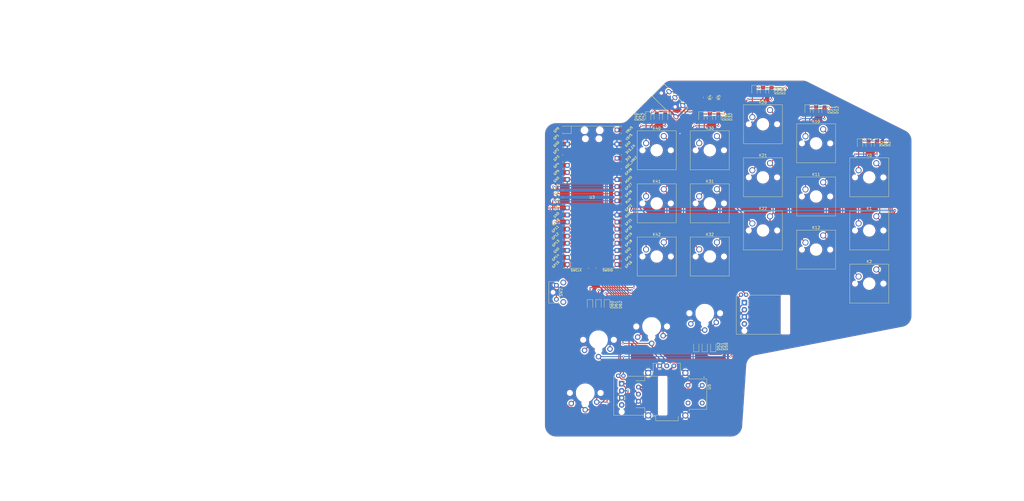
<source format=kicad_pcb>
(kicad_pcb (version 20221018) (generator pcbnew)
  (layers (0 "F.Cu" signal) (31 "B.Cu" signal) (34 "B.Paste" user) (35 "F.Paste" user) (36 "B.SilkS" user "B.Silkscreen") (37 "F.SilkS" user "F.Silkscreen") (38 "B.Mask" user) (39 "F.Mask" user) (44 "Edge.Cuts" user))
  (net 0 "")
  (net 1 "Row0")
  (net 2 "Row1")
  (net 3 "Row2")
  (net 4 "Col0")
  (net 5 "Col1")
  (net 6 "Net-(D0-A)")
  (net 7 "Net-(D1-A)")
  (net 8 "Net-(D60-A)")
  (net 9 "Net-(D2-A)")
  (net 10 "SDA")
  (net 11 "VCC")
  (net 12 "SCL")
  (net 13 "Col2")
  (net 14 "GND")
  (net 15 "Col5")
  (net 16 "Col4")
  (net 17 "Col3")
  (net 18 "Net-(D61-A)")
  (net 19 "Net-(D10-A)")
  (net 20 "Net-(D11-A)")
  (net 21 "Net-(D12-A)")
  (net 22 "Net-(D20-A)")
  (net 23 "Net-(D21-A)")
  (net 24 "Net-(D22-A)")
  (net 25 "Net-(D30-A)")
  (net 26 "Net-(D31-A)")
  (net 27 "Net-(D32-A)")
  (net 28 "Net-(D40-A)")
  (net 29 "Net-(D41-A)")
  (net 30 "Net-(D42-A)")
  (net 31 "Net-(D50-A)")
  (net 32 "Net-(D51-A)")
  (net 33 "KJoyButO")
  (net 34 "Col6")
  (net 35 "KRotA")
  (net 36 "KRotB")
  (net 37 "KRotButO")
  (net 47 "Net-(U3-RUN)")
  (net 48 "Axis1")
  (net 49 "Axis2")
  (net 53 "+3.3V")
  (footprint "Diode_SMD:D_0805_2012Metric_Pad1.15x1.40mm_HandSolder" (layer "F.Cu") (at 185.575521 112.746676 -90)
    (fp_text reference "D62")
    (fp_text value "D62")
  )
  (footprint "Resistor_SMD:R_0805_2012Metric_Pad1.20x1.40mm_HandSolder" (layer "F.Cu") (at 220.879498 38.434499 -90)
    (fp_text reference "R4")
    (fp_text value "5k")
  )
  (footprint "Digi:TRRS-PJ-320A-no-Fmask" (layer "F.Cu") (at 203.915661 35.713752 45)
    (fp_text reference "U2")
    (fp_text value "TRRS")
  )
  (footprint "Diode_SMD:D_0805_2012Metric_Pad1.15x1.40mm_HandSolder" (layer "F.Cu") (at 179.495515 112.746677 -90)
    (fp_text reference "D60")
    (fp_text value "D60")
  )
  (footprint "misc:Low-Profile-Choc-MX" (layer "F.Cu") (at 182.528619 125.3192)
    (fp_text reference "K60")
    (fp_text value "K50" hide)
  )
  (footprint "Diode_SMD:D_0805_2012Metric_Pad1.15x1.40mm_HandSolder" (layer "F.Cu") (at 223.66862 127.727998 90)
    (fp_text reference "D50")
    (fp_text value "D50")
  )
  (footprint "Button_Switch_Keyboard:SW_Cherry_MX_1.00u_PCB" (layer "F.Cu") (at 263.095498 68.847353)
    (fp_text reference "K11")
    (fp_text value "K11")
  )
  (footprint "Button_Switch_Keyboard:SW_Cherry_MX_1.00u_PCB" (layer "F.Cu") (at 244.042997 81.039351)
    (fp_text reference "K22")
    (fp_text value "K22")
  )
  (footprint "misc:RPi_Pico_SMD_TH_reduced" (layer "F.Cu") (at 180.24514 74.194594)
    (fp_text reference "U3")
    (fp_text value "Pico")
  )
  (footprint "Diode_SMD:D_0805_2012Metric_Pad1.15x1.40mm_HandSolder" (layer "F.Cu") (at 222.45982 45.375499 -90)
    (fp_text reference "D31")
    (fp_text value "D31")
  )
  (footprint "Button_Switch_Keyboard:SW_Cherry_MX_1.00u_PCB" (layer "F.Cu") (at 224.990496 52.273855)
    (fp_text reference "K30")
    (fp_text value "K30")
  )
  (footprint "Button_Switch_Keyboard:SW_Cherry_MX_1.00u_PCB" (layer "F.Cu") (at 205.937995 52.273855)
    (fp_text reference "K40")
    (fp_text value "K40")
  )
  (footprint "Button_Switch_Keyboard:SW_Cherry_MX_1.00u_PCB" (layer "F.Cu") (at 263.095497 49.797353)
    (fp_text reference "K10")
    (fp_text value "K10")
  )
  (footprint "Button_Switch_Keyboard:SW_Cherry_MX_1.00u_PCB" (layer "F.Cu") (at 224.990502 90.373849)
    (fp_text reference "K32")
    (fp_text value "K32")
  )
  (footprint "misc:EVQWGD001" (layer "F.Cu") (at 240.965997 119.002499)
    (fp_text reference "RSW1B1" hide)
    (fp_text value "Rotary_Encoder_Switch")
    (fp_line (start 6.9 -9.275) (end 6.9 3.875) (stroke (width 0.05)) (layer "Edge.Cuts"))
    (fp_line (start 7.425 4.4) (end 9.775 4.4) (stroke (width 0.05)) (layer "Edge.Cuts"))
    (fp_line (start 9.775 -9.8) (end 7.425 -9.8) (stroke (width 0.05)) (layer "Edge.Cuts"))
    (fp_line (start 10.3 3.875) (end 10.3 -9.275) (stroke (width 0.05)) (layer "Edge.Cuts"))
    (fp_arc (start 6.9 -9.275) (mid 7.053769 -9.646231) (end 7.425 -9.8) (stroke (width 0.05)) (layer "Edge.Cuts"))
    (fp_arc (start 7.425 4.4) (mid 7.053769 4.246231) (end 6.9 3.875) (stroke (width 0.05)) (layer "Edge.Cuts"))
    (fp_arc (start 9.775 -9.8) (mid 10.146231 -9.646231) (end 10.3 -9.275) (stroke (width 0.05)) (layer "Edge.Cuts"))
    (fp_arc (start 10.3 3.875) (mid 10.146231 4.246231) (end 9.775 4.4) (stroke (width 0.05)) (layer "Edge.Cuts"))
  )
  (footprint "Diode_SMD:D_0805_2012Metric_Pad1.15x1.40mm_HandSolder" (layer "F.Cu") (at 260.564813 42.890497 -90)
    (fp_text reference "D11")
    (fp_text value "D11")
  )
  (footprint "Diode_SMD:D_0805_2012Metric_Pad1.15x1.40mm_HandSolder" (layer "F.Cu") (at 263.604821 42.890497 -90)
    (fp_text reference "D12")
    (fp_text value "D12")
  )
  (footprint "Diode_SMD:D_0805_2012Metric_Pad1.15x1.40mm_HandSolder" (layer "F.Cu") (at 279.37922 55.061876 -90)
    (fp_text reference "D1")
    (fp_text value "D01")
  )
  (footprint "Diode_SMD:D_0805_2012Metric_Pad1.15x1.40mm_HandSolder" (layer "F.Cu") (at 220.628622 127.727997 90)
    (fp_text reference "D51")
    (fp_text value "D51")
  )
  (footprint "Button_Switch_Keyboard:SW_Cherry_MX_1.00u_PCB" (layer "F.Cu") (at 205.937998 71.323854)
    (fp_text reference "K41")
    (fp_text value "K41")
  )
  (footprint "Diode_SMD:D_0805_2012Metric_Pad1.15x1.40mm_HandSolder" (layer "F.Cu") (at 282.419223 55.061875 -90)
    (fp_text reference "D2")
    (fp_text value "D02")
  )
  (footprint "Diode_SMD:D_0805_2012Metric_Pad1.15x1.40mm_HandSolder" (layer "F.Cu") (at 182.535519 112.746678 -90)
    (fp_text reference "D61")
    (fp_text value "D61")
  )
  (footprint "Diode_SMD:D_0805_2012Metric_Pad1.15x1.40mm_HandSolder" (layer "F.Cu") (at 217.588622 127.727998 90)
    (fp_text reference "D52")
    (fp_text value "D52")
  )
  (footprint "Diode_SMD:D_0805_2012Metric_Pad1.15x1.40mm_HandSolder" (layer "F.Cu") (at 244.57732 35.95959 -90)
    (fp_text reference "D22")
    (fp_text value "D22")
  )
  (footprint "Button_Switch_Keyboard:SW_Cherry_MX_1.00u_PCB" (layer "F.Cu") (at 263.095497 87.897351)
    (fp_text reference "K12")
    (fp_text value "K12")
  )
  (footprint "misc:Low-Profile-Choc-MX" (layer "F.Cu") (at 201.57862 120.5567)
    (fp_text reference "K51")
    (fp_text value "K51" hide)
  )
  (footprint "misc:EVQWGD001" (layer "F.Cu") (at 196.959997 148.067998)
    (fp_text reference "RSW1A1" hide)
    (fp_text value "Rotary_Encoder_Switch")
    (fp_line (start 6.9 -9.275) (end 6.9 3.875) (stroke (width 0.05)) (layer "Edge.Cuts"))
    (fp_line (start 7.425 4.4) (end 9.775 4.4) (stroke (width 0.05)) (layer "Edge.Cuts"))
    (fp_line (start 9.775 -9.8) (end 7.425 -9.8) (stroke (width 0.05)) (layer "Edge.Cuts"))
    (fp_line (start 10.3 3.875) (end 10.3 -9.275) (stroke (width 0.05)) (layer "Edge.Cuts"))
    (fp_arc (start 6.9 -9.275) (mid 7.053769 -9.646231) (end 7.425 -9.8) (stroke (width 0.05)) (layer "Edge.Cuts"))
    (fp_arc (start 7.425 4.4) (mid 7.053769 4.246231) (end 6.9 3.875) (stroke (width 0.05)) (layer "Edge.Cuts"))
    (fp_arc (start 9.775 -9.8) (mid 10.146231 -9.646231) (end 10.3 -9.275) (stroke (width 0.05)) (layer "Edge.Cuts"))
    (fp_arc (start 10.3 3.875) (mid 10.146231 4.246231) (end 9.775 4.4) (stroke (width 0.05)) (layer "Edge.Cuts"))
  )
  (footprint "Button_Switch_Keyboard:SW_Cherry_MX_1.00u_PCB" (layer "F.Cu") (at 205.937999 90.373854)
    (fp_text reference "K42")
    (fp_text value "K42")
  )
  (footprint "Diode_SMD:D_0805_2012Metric_Pad1.15x1.40mm_HandSolder" (layer "F.Cu") (at 219.419815 45.375499 -90)
    (fp_text reference "D30")
    (fp_text value "D30")
  )
  (footprint "Diode_SMD:D_0805_2012Metric_Pad1.15x1.40mm_HandSolder" (layer "F.Cu") (at 203.407314 45.375496 -90)
    (fp_text reference "D41")
    (fp_text value "D41")
  )
  (footprint "Diode_SMD:D_0805_2012Metric_Pad1.15x1.40mm_HandSolder" (layer "F.Cu") (at 276.339223 55.061874 -90)
    (fp_text reference "D0")
    (fp_text value "D00")
  )
  (footprint "misc:Low-Profile-Choc-MX" (layer "F.Cu") (at 220.62862 115.794199)
    (fp_text reference "K50")
    (fp_text value "K50" hide)
  )
  (footprint "Button_Switch_Keyboard:SW_Cherry_MX_1.00u_PCB" (layer "F.Cu") (at 244.042997 61.98935)
    (fp_text reference "K21")
    (fp_text value "K21")
  )
  (footprint "Diode_SMD:D_0805_2012Metric_Pad1.15x1.40mm_HandSolder" (layer "F.Cu") (at 225.499815 45.375497 -90)
    (fp_text reference "D32")
    (fp_text value "D32")
  )
  (footprint "Diode_SMD:D_0805_2012Metric_Pad1.15x1.40mm_HandSolder" (layer "F.Cu") (at 238.447315 35.95959 -90)
    (fp_text reference "D20")
    (fp_text value "D20")
  )
  (footprint "Diode_SMD:D_0805_2012Metric_Pad1.15x1.40mm_HandSolder" (layer "F.Cu") (at 200.367317 45.375497 -90)
    (fp_text reference "D40")
    (fp_text value "D40")
  )
  (footprint "misc:Low-Profile-Choc-MX" (layer "F.Cu") (at 177.766122 144.369198)
    (fp_text reference "K61")
    (fp_text value "K51" hide)
  )
  (footprint "Diode_SMD:D_0805_2012Metric_Pad1.15x1.40mm_HandSolder" (layer "F.Cu") (at 257.524819 42.890496 -90)
    (fp_text reference "D10")
    (fp_text value "D10")
  )
  (footprint "Diode_SMD:D_0805_2012Metric_Pad1.15x1.40mm_HandSolder" (layer "F.Cu") (at 241.537316 35.959589 -90)
    (fp_text reference "D21")
    (fp_text value "D21")
  )
  (footprint "Resistor_SMD:R_0805_2012Metric_Pad1.20x1.40mm_HandSolder" (layer "F.Cu") (at 224.021497 38.434499 -90)
    (fp_text reference "R5")
    (fp_text value "5k")
  )
  (footprint "Button_Switch_Keyboard:SW_Cherry_MX_1.00u_PCB" (layer "F.Cu") (at 282.147999 61.989352)
    (fp_text reference "K0")
    (fp_text value "K00")
  )
  (footprint "Button_Switch_Keyboard:SW_Cherry_MX_1.00u_PCB" (layer "F.Cu") (at 224.990499 71.323855)
    (fp_text reference "K31")
    (fp_text value "K31")
  )
  (footprint "Button_Switch_Keyboard:SW_Cherry_MX_1.00u_PCB" (layer "F.Cu") (at 244.043001 42.939351)
    (fp_text reference "K20")
    (fp_text value "K20")
  )
  (footprint "PS5:XDCR_COM-09032" (layer "F.Cu") (at 207.013416 144.826199 -90)
    (fp_text reference "U5")
    (fp_text value "COM-09032")
  )
  (footprint "Button_Switch_Keyboard:SW_Cherry_MX_1.00u_PCB" (layer "F.Cu") (at 282.147995 81.039355)
    (fp_text reference "K1")
    (fp_text value "K01")
  )
  (footprint "Button_Switch_Keyboard:SW_Cherry_MX_1.00u_PCB" (layer "F.Cu") (at 282.147998 100.089352)
    (fp_text reference "K2")
    (fp_text value "K02")
  )
  (footprint "Digi:SW_Tactile_SPST_Angled_MJTP1117" (layer "F.Cu") (at 167.423538 110.786605 90)
    (fp_text reference "SW2")
    (fp_text value "SW_Push_45deg")
  )
  (footprint "Diode_SMD:D_0805_2012Metric_Pad1.15x1.40mm_HandSolder" (layer "F.Cu") (at 206.447316 45.375497 -90)
    (fp_text reference "D42")
    (fp_text value "D42")
  )
  (gr_arc (start 205.963424 33.551569) (mid 207.261127 32.684505) (end 208.791853 32.379996) (stroke (width 0.05)) (layer "Edge.Cuts"))
  (gr_line (start 234.053923 156.281074) (end 235.504973 134.515359) (stroke (width 0.05)) (layer "Edge.Cuts"))
  (gr_arc (start 294.764996 116.709959) (mid 293.850451 119.255476) (end 291.525083 120.637079) (stroke (width 0.05)) (layer "Edge.Cuts"))
  (gr_arc (start 193.066572 46.448426) (mid 191.768869 47.31549) (end 190.238142 47.619999) (stroke (width 0.05)) (layer "Edge.Cuts"))
  (gr_arc (start 255.720726 32.379996) (mid 256.63974 32.486989) (end 257.509578 32.802288) (stroke (width 0.05)) (layer "Edge.Cuts"))
  (gr_arc (start 292.553854 50.324425) (mid 294.167628 51.799197) (end 294.764997 53.902133) (stroke (width 0.05)) (layer "Edge.Cuts"))
  (gr_arc (start 167.319998 160.015) (mid 164.49157 158.843425) (end 163.319999 156.014995) (stroke (width 0.05)) (layer "Edge.Cuts"))
  (gr_line (start 294.764996 116.709959) (end 294.764997 53.902133) (stroke (width 0.05)) (layer "Edge.Cuts"))
  (gr_line (start 167.319998 160.015) (end 230.062788 160.014999) (stroke (width 0.05)) (layer "Edge.Cuts"))
  (gr_arc (start 235.504973 134.515359) (mid 236.497046 132.134601) (end 238.736031 130.854317) (stroke (width 0.05)) (layer "Edge.Cuts"))
  (gr_line (start 292.553854 50.324425) (end 257.509578 32.802288) (stroke (width 0.05)) (layer "Edge.Cuts"))
  (gr_line (start 238.736031 130.854317) (end 291.525083 120.637079) (stroke (width 0.05)) (layer "Edge.Cuts"))
  (gr_line (start 190.238142 47.619999) (end 167.319994 47.619998) (stroke (width 0.05)) (layer "Edge.Cuts"))
  (gr_arc (start 234.053923 156.281074) (mid 232.79552 158.935976) (end 230.062788 160.014999) (stroke (width 0.05)) (layer "Edge.Cuts"))
  (gr_line (start 205.963424 33.551569) (end 193.066572 46.448426) (stroke (width 0.05)) (layer "Edge.Cuts"))
  (gr_arc (start 163.319998 51.619997) (mid 164.49157 48.791573) (end 167.319994 47.619998) (stroke (width 0.05)) (layer "Edge.Cuts"))
  (gr_line (start 255.720726 32.379996) (end 208.791853 32.379996) (stroke (width 0.05)) (layer "Edge.Cuts"))
  (gr_line (start 163.319998 51.619997) (end 163.319999 156.014995) (stroke (width 0.05)) (layer "Edge.Cuts"))
  (segment (start 285.737999 54.02) (end 286.44 54.02) (width 0.35) (layer "F.Cu") (net 1))
  (segment (start 283.23 108.84) (end 254.86236 108.84) (width 0.35) (layer "F.Cu") (net 1))
  (segment (start 195.904675 93.365059) (end 190.94514 98.324594) (width 0.35) (layer "F.Cu") (net 1))
  (segment (start 199.667317 44.350497) (end 195.745 48.272814) (width 0.35) (layer "F.Cu") (net 1))
  (segment (start 227.40362 116.322321) (end 227.42 116.338701) (width 0.35) (layer "F.Cu") (net 1))
  (segment (start 238.447315 34.93459) (end 239.95459 34.93459) (width 0.35) (layer "F.Cu") (net 1))
  (segment (start 254.86236 108.84) (end 251.05236 105.03) (width 0.35) (layer "F.Cu") (net 1))
  (segment (start 257.524819 41.865496) (end 258.994504 41.865496) (width 0.35) (layer "F.Cu") (net 1))
  (segment (start 190.94514 98.324594) (end 189.13514 98.324594) (width 0.35) (layer "F.Cu") (net 1))
  (segment (start 195.745 48.272814) (end 195.745 78.158649) (width 0.35) (layer "F.Cu") (net 1))
  (segment (start 249.57 34.94) (end 256.495496 41.865496) (width 0.35) (layer "F.Cu") (net 1))
  (segment (start 276.339223 53.14595) (end 265.076418 41.883145) (width 0.35) (layer "F.Cu") (net 1))
  (segment (start 218.639316 43.57) (end 219.419815 44.350499) (width 0.35) (layer "F.Cu") (net 1))
  (segment (start 215.36 43.56) (end 215.37 43.57) (width 0.35) (layer "F.Cu") (net 1))
  (segment (start 200.367317 44.350497) (end 199.667317 44.350497) (width 0.35) (layer "F.Cu") (net 1))
  (segment (start 195.26 104.449454) (end 195.26 106.579998) (width 0.35) (layer "F.Cu") (net 1))
  (segment (start 220.899501 44.350499) (end 220.91 44.34) (width 0.35) (layer "F.Cu") (net 1))
  (segment (start 276.339223 54.036874) (end 276.339223 53.14595) (width 0.35) (layer "F.Cu") (net 1))
  (segment (start 227.42 109.43764) (end 227.40362 109.45402) (width 0.35) (layer "F.Cu") (net 1))
  (segment (start 195.745 78.158649) (end 195.904675 78.318324) (width 0.35) (layer "F.Cu") (net 1))
  (segment (start 219.419815 44.350499) (end 220.899501 44.350499) (width 0.35) (layer "F.Cu") (net 1))
  (segment (start 236.74541 34.93459) (end 227.355 44.325) (width 0.35) (layer "F.Cu") (net 1))
  (segment (start 227.42 109.412334) (end 227.42 109.43764) (width 0.35) (layer "F.Cu") (net 1))
  (segment (start 239.95459 34.93459) (end 239.97 34.95) (width 0.35) (layer "F.Cu") (net 1))
  (segment (start 226.567002 128.752998) (end 223.66862 128.752998) (width 0.35) (layer "F.Cu") (net 1))
  (segment (start 227.40362 109.45402) (end 227.40362 116.322321) (width 0.35) (layer "F.Cu") (net 1))
  (segment (start 195.904675 78.318324) (end 195.904675 93.365059) (width 0.35) (layer "F.Cu") (net 1))
  (segment (start 200.367317 44.350497) (end 201.103097 44.350497) (width 0.35) (layer "F.Cu") (net 1))
  (segment (start 277.96 54) (end 276.376097 54) (width 0.35) (layer "F.Cu") (net 1))
  (segment (start 238.447315 34.93459) (end 236.74541 34.93459) (width 0.35) (layer "F.Cu") (net 1))
  (segment (start 227.42 127.9) (end 226.567002 128.752998) (width 0.35) (layer "F.Cu") (net 1))
  (segment (start 189.13514 98.324594) (end 195.26 104.449454) (width 0.35) (layer "F.Cu") (net 1))
  (segment (start 215.37 43.57) (end 218.639316 43.57) (width 0.35) (layer "F.Cu") (net 1))
  (segment (start 276.376097 54) (end 276.339223 54.036874) (width 0.35) (layer "F.Cu") (net 1))
  (segment (start 286.66 54.24) (end 286.66 105.41) (width 0.35) (layer "F.Cu") (net 1))
  (segment (start 256.495496 41.865496) (end 257.524819 41.865496) (width 0.35) (layer "F.Cu") (net 1))
  (segment (start 286.44 54.02) (end 286.66 54.24) (width 0.35) (layer "F.Cu") (net 1))
  (segment (start 251.05236 105.03) (end 231.802334 105.03) (width 0.35) (layer "F.Cu") (net 1))
  (segment (start 179.495515 111.721677) (end 179.495515 106.84) (width 0.35) (layer "F.Cu") (net 1))
  (segment (start 231.802334 105.03) (end 227.42 109.412334) (width 0.35) (layer "F.Cu") (net 1))
  (segment (start 227.42 116.338701) (end 227.42 127.9) (width 0.35) (layer "F.Cu") (net 1))
  (segment (start 201.103097 44.350497) (end 201.897784 43.55581) (width 0.35) (layer "F.Cu") (net 1))
  (segment (start 258.994504 41.865496) (end 259.01 41.85) (width 0.35) (layer "F.Cu") (net 1))
  (segment (start 286.66 105.41) (end 283.23 108.84) (width 0.35) (layer "F.Cu") (net 1))
  (via (at 215.36 43.56) (size 0.8) (drill 0.4) (layers "F.Cu" "B.Cu") (net 1))
  (via (at 259.01 41.85) (size 0.8) (drill 0.4) (layers "F.Cu" "B.Cu") (net 1))
  (via (at 227.355 44.325) (size 0.8) (drill 0.4) (layers "F.Cu" "B.Cu") (net 1))
  (via (at 220.91 44.34) (size 0.8) (drill 0.4) (layers "F.Cu" "B.Cu") (net 1))
  (via (at 265.076418 41.883145) (size 0.8) (drill 0.4) (layers "F.Cu" "B.Cu") (net 1))
  (via (at 195.26 106.579998) (size 0.8) (drill 0.4) (layers "F.Cu" "B.Cu") (net 1))
  (via (at 239.97 34.95) (size 0.8) (drill 0.4) (layers "F.Cu" "B.Cu") (net 1))
  (via (at 249.57 34.94) (size 0.8) (drill 0.4) (layers "F.Cu" "B.Cu") (net 1))
  (via (at 285.737999 54.02) (size 0.8) (drill 0.4) (layers "F.Cu" "B.Cu") (net 1))
  (via (at 179.495515 106.84) (size 0.8) (drill 0.4) (layers "F.Cu" "B.Cu") (net 1))
  (via (at 277.96 54) (size 0.8) (drill 0.4) (layers "F.Cu" "B.Cu") (net 1))
  (via (at 201.897784 43.55581) (size 0.8) (drill 0.4) (layers "F.Cu" "B.Cu") (net 1))
  (segment (start 220.91 44.34) (end 227.34 44.34) (width 0.35) (layer "B.Cu") (net 1))
  (segment (start 179.495515 106.84) (end 179.755517 106.579998) (width 0.35) (layer "B.Cu") (net 1))
  (segment (start 259.01 41.85) (end 265.043273 41.85) (width 0.35) (layer "B.Cu") (net 1))
  (segment (start 277.98 54.02) (end 285.737999 54.02) (width 0.35) (layer "B.Cu") (net 1))
  (segment (start 265.043273 41.85) (end 265.076418 41.883145) (width 0.35) (layer "B.Cu") (net 1))
  (segment (start 239.97 34.95) (end 249.56 34.95) (width 0.35) (layer "B.Cu") (net 1))
  (segment (start 227.34 44.34) (end 227.355 44.325) (width 0.35) (layer "B.Cu") (net 1))
  (segment (start 201.903594 43.55) (end 201.897784 43.55581) (width 0.35) (layer "B.Cu") (net 1))
  (segment (start 277.96 54) (end 277.98 54.02) (width 0.35) (layer "B.Cu") (net 1))
  (segment (start 215.36 43.56) (end 215.35 43.55) (width 0.35) (layer "B.Cu") (net 1))
  (segment (start 249.56 34.95) (end 249.57 34.94) (width 0.35) (layer "B.Cu") (net 1))
  (segment (start 201.897784 43.55581) (end 201.901974 43.56) (width 0.35) (layer "B.Cu") (net 1))
  (segment (start 201.901974 43.56) (end 215.36 43.56) (width 0.35) (layer "B.Cu") (net 1))
  (segment (start 220.95 44.3) (end 220.91 44.34) (width 0.35) (layer "B.Cu") (net 1))
  (segment (start 179.755517 106.579998) (end 195.26 106.579998) (width 0.35) (layer "B.Cu") (net 1))
  (segment (start 280.07922 54.036876) (end 282.104221 52.011875) (width 0.35) (layer "F.Cu") (net 2))
  (segment (start 232.29939 106.23) (end 228.63 109.899391) (width 0.35) (layer "F.Cu") (net 2))
  (segment (start 260.564813 41.865497) (end 259.564812 40.865496) (width 0.35) (layer "F.Cu") (net 2))
  (segment (start 283.727056 110.04) (end 254.365304 110.04) (width 0.35) (layer "F.Cu") (net 2))
  (segment (start 254.365304 110.04) (end 250.555304 106.23) (width 0.35) (layer "F.Cu") (net 2))
  (segment (start 279.37922 54.036876) (end 278.032344 52.69) (width 0.35) (layer "F.Cu") (net 2))
  (segment (start 182.535519 107.554481) (end 182.55 107.54) (width 0.35) (layer "F.Cu") (net 2))
  (segment (start 210.78528 46.84) (end 214.89028 42.735) (width 0.35) (layer "F.Cu") (net 2))
  (segment (start 279.37922 54.036876) (end 280.07922 54.036876) (width 0.35) (layer "F.Cu") (net 2))
  (segment (start 202.161818 42.53) (end 203.407314 43.775496) (width 0.35) (layer "F.Cu") (net 2))
  (segment (start 287.86 53.742944) (end 287.86 105.907056) (width 0.35) (layer "F.Cu") (net 2))
  (segment (start 256.77541 40.88) (end 249.83 33.93459) (width 0.35) (layer "F.Cu") (net 2))
  (segment (start 190.94514 95.784594) (end 195.264678 91.465056) (width 0.35) (layer "F.Cu") (net 2))
  (segment (start 182.535519 111.721678) (end 182.535519 107.554481) (width 0.35) (layer "F.Cu") (net 2))
  (segment (start 204.407313 43.350497) (end 207.274411 43.350497) (width 0.35) (layer "F.Cu") (net 2))
  (segment (start 208.31 45.093194) (end 210.056806 46.84) (width 0.35) (layer "F.Cu") (net 2))
  (segment (start 203.407314 44.350496) (end 204.407313 43.350497) (width 0.35) (layer "F.Cu") (net 2))
  (segment (start 222.465625 130.59) (end 220.628622 128.752997) (width 0.35) (layer "F.Cu") (net 2))
  (segment (start 210.056806 46.84) (end 210.78528 46.84) (width 0.35) (layer "F.Cu") (net 2))
  (segment (start 195.264678 91.465056) (end 195.264678 78.526855) (width 0.35) (layer "F.Cu") (net 2))
  (segment (start 228.62 128.397056) (end 226.427056 130.59) (width 0.35) (layer "F.Cu") (net 2))
  (segment (start 265.225497 40.865497) (end 261.564813 40.865497) (width 0.35) (layer "F.Cu") (net 2))
  (segment (start 228.63 109.899391) (end 228.63 110.355474) (width 0.35) (layer "F.Cu") (net 2))
  (segment (start 223.540497 43.350497) (end 226.999503 43.350497) (width 0.35) (layer "F.Cu") (net 2))
  (segment (start 223.53 43.34) (end 223.540497 43.350497) (width 0.35) (layer "F.Cu") (net 2))
  (segment (start 207.274411 43.350497) (end 208.31 44.386086) (width 0.35) (layer "F.Cu") (net 2))
  (segment (start 287.86 105.907056) (end 283.727056 110.04) (width 0.35) (layer "F.Cu") (net 2))
  (segment (start 220.844322 42.735) (end 222.45982 44.350499) (width 0.35) (layer "F.Cu") (net 2))
  (segment (start 208.31 44.386086) (end 208.31 45.093194) (width 0.35) (layer "F.Cu") (net 2))
  (segment (start 259.564812 40.865496) (end 256.814504 40.865496) (width 0.35) (layer "F.Cu") (net 2))
  (segment (start 250.555304 106.23) (end 232.29939 106.23) (width 0.35) (layer "F.Cu") (net 2))
  (segment (start 186.66 98.259734) (end 186.66 100.67) (width 0.35) (layer "F.Cu") (net 2))
  (segment (start 195.145 78.407177) (end 195.145 47.836292) (width 0.35) (layer "F.Cu") (net 2))
  (segment (start 256.8 40.88) (end 256.77541 40.88) (width 0.35) (layer "F.Cu") (net 2))
  (segment (start 214.89028 42.735) (end 220.844322 42.735) (width 0.35) (layer "F.Cu") (net 2))
  (segment (start 203.407314 43.775496) (end 203.407314 44.350496) (width 0.35) (layer "F.Cu") (net 2))
  (segment (start 186.66 100.67) (end 193.503998 107.513998) (width 0.35) (layer "F.Cu") (net 2))
  (segment (start 226.999503 43.350497) (end 236.41541 33.93459) (width 0.35) (layer "F.Cu") (net 2))
  (segment (start 222.45982 44.350499) (end 222.519501 44.350499) (width 0.35) (layer "F.Cu") (net 2))
  (segment (start 228.63 110.355474) (end 228.62 110.365474) (width 0.35) (layer "F.Cu") (net 2))
  (segment (start 242.537315 33.93459) (end 241.537316 34.934589) (width 0.35) (layer "F.Cu") (net 2))
  (segment (start 226.427056 130.59) (end 222.465625 130.59) (width 0.35) (layer "F.Cu") (net 2))
  (segment (start 282.104221 52.011875) (end 286.128931 52.011875) (width 0.35) (layer "F.Cu") (net 2))
  (segment (start 256.814504 40.865496) (end 256.8 40.88) (width 0.35) (layer "F.Cu") (net 2))
  (segment (start 249.83 33.93459) (end 242.537315 33.93459) (width 0.35) (layer "F.Cu") (net 2))
  (segment (start 195.145 47.836292) (end 200.451292 42.53) (width 0.35) (layer "F.Cu") (net 2))
  (segment (start 240.537317 33.93459) (end 241.537316 34.934589) (width 0.35) (layer "F.Cu") (net 2))
  (segment (start 277.05 52.69) (end 265.225497 40.865497) (width 0.35) (layer "F.Cu") (net 2))
  (segment (start 222.519501 44.350499) (end 223.53 43.34) (width 0.35) (layer "F.Cu") (net 2))
  (segment (start 189.13514 95.784594) (end 186.66 98.259734) (width 0.35) (layer "F.Cu") (net 2))
  (segment (start 286.128931 52.011875) (end 287.86 53.742944) (width 0.35) (layer "F.Cu") (net 2))
  (segment (start 200.451292 42.53) (end 202.161818 42.53) (width 0.35) (layer "F.Cu") (net 2))
  (segment (start 228.62 110.365474) (end 228.62 128.397056) (width 0.35) (layer "F.Cu") (net 2))
  (segment (start 236.41541 33.93459) (end 240.537317 33.93459) (width 0.35) (layer "F.Cu") (net 2))
  (segment (start 261.564813 40.865497) (end 260.564813 41.865497) (width 0.35) (layer "F.Cu") (net 2))
  (segment (start 193.503998 107.513998) (end 194.428278 107.513998) (width 0.35) (layer "F.Cu") (net 2))
  (segment (start 278.032344 52.69) (end 277.05 52.69) (width 0.35) (layer "F.Cu") (net 2))
  (segment (start 195.264678 78.526855) (end 195.145 78.407177) (width 0.35) (layer "F.Cu") (net 2))
  (via (at 194.428278 107.513998) (size 0.8) (drill 0.4) (layers "F.Cu" "B.Cu") (net 2))
  (via (at 182.55 107.54) (size 0.8) (drill 0.4) (layers "F.Cu" "B.Cu") (net 2))
  (segment (start 182.55 107.54) (end 182.565 107.525) (width 0.35) (layer "B.Cu") (net 2))
  (segment (start 194.417276 107.525) (end 194.428278 107.513998) (width 0.35) (layer "B.Cu") (net 2))
  (segment (start 182.565 107.525) (end 194.417276 107.525) (width 0.35) (layer "B.Cu") (net 2))
  (segment (start 225.499815 44.350497) (end 226.479318 45.33) (width 0.35) (layer "F.Cu") (net 3))
  (segment (start 194.49549 108.645) (end 193.70499 108.645) (width 0.35) (layer "F.Cu") (net 3))
  (segment (start 228.02 128.148528) (end 228.02 109.660862) (width 0.35) (layer "F.Cu") (net 3))
  (segment (start 226.479318 45.33) (end 228.01 45.33) (width 0.35) (layer "F.Cu") (net 3))
  (segment (start 287.26 105.658528) (end 287.26 53.991472) (width 0.35) (layer "F.Cu") (net 3))
  (segment (start 208.994139 46.625861) (end 209.808278 47.44) (width 0.35) (layer "F.Cu") (net 3))
  (segment (start 206.447316 44.350497) (end 206.718775 44.350497) (width 0.35) (layer "F.Cu") (net 3))
  (segment (start 186.06 93.779734) (end 186.06 101.00001) (width 0.35) (layer "F.Cu") (net 3))
  (segment (start 211.033808 47.44) (end 213.113808 45.36) (width 0.35) (layer "F.Cu") (net 3))
  (segment (start 262.604822 42.865496) (end 263.604821 41.865497) (width 0.35) (layer "F.Cu") (net 3))
  (segment (start 209.808278 47.44) (end 211.033808 47.44) (width 0.35) (layer "F.Cu") (net 3))
  (segment (start 287.26 53.991472) (end 285.880403 52.611875) (width 0.35) (layer "F.Cu") (net 3))
  (segment (start 264.955 42.895) (end 275.214223 53.154223) (width 0.35) (layer "F.Cu") (net 3))
  (segment (start 206.447316 44.350497) (end 205.447316 45.350497) (width 0.35) (layer "F.Cu") (net 3))
  (segment (start 218.638623 127.702997) (end 221.315144 127.702997) (width 0.35) (layer "F.Cu") (net 3))
  (segment (start 256.055496 42.865496) (end 262.604822 42.865496) (width 0.35) (layer "F.Cu") (net 3))
  (segment (start 199.680795 45.350497) (end 196.345 48.686292) (width 0.35) (layer "F.Cu") (net 3))
  (segment (start 217.588622 128.752998) (end 218.638623 127.702997) (width 0.35) (layer "F.Cu") (net 3))
  (segment (start 224.490312 45.36) (end 225.499815 44.350497) (width 0.35) (layer "F.Cu") (net 3))
  (segment (start 196.345 77.910121) (end 196.504675 78.069796) (width 0.35) (layer "F.Cu") (net 3))
  (segment (start 283.844223 52.611875) (end 282.419223 54.036875) (width 0.35) (layer "F.Cu") (net 3))
  (segment (start 283.478528 109.44) (end 287.26 105.658528) (width 0.35) (layer "F.Cu") (net 3))
  (segment (start 248.12459 34.93459) (end 256.055496 42.865496) (width 0.35) (layer "F.Cu") (net 3))
  (segment (start 189.13514 90.704594) (end 186.06 93.779734) (width 0.35) (layer "F.Cu") (net 3))
  (segment (start 264.634324 42.895) (end 264.955 42.895) (width 0.35) (layer "F.Cu") (net 3))
  (segment (start 237.35541 35.98459) (end 243.52732 35.98459) (width 0.35) (layer "F.Cu") (net 3))
  (segment (start 196.345 48.686292) (end 196.345 77.910121) (width 0.35) (layer "F.Cu") (net 3))
  (segment (start 222.09 128.477853) (end 222.09 128.9109) (width 0.35) (layer "F.Cu") (net 3))
  (segment (start 228.02 109.660862) (end 232.050862 105.63) (width 0.35) (layer "F.Cu") (net 3))
  (segment (start 232.050862 105.63) (end 250.803832 105.63) (width 0.35) (layer "F.Cu") (net 3))
  (segment (start 185.575521 109.090521) (end 185.13 108.645) (width 0.35) (layer "F.Cu") (net 3))
  (segment (start 285.880403 52.611875) (end 283.844223 52.611875) (width 0.35) (layer "F.Cu") (net 3))
  (segment (start 281.419222 55.036876) (end 282.419223 54.036875) (width 0.35) (layer "F.Cu") (net 3))
  (segment (start 205.447316 45.350497) (end 199.680795 45.350497) (width 0.35) (layer "F.Cu") (net 3))
  (segment (start 254.613832 109.44) (end 283.478528 109.44) (width 0.35) (layer "F.Cu") (net 3))
  (segment (start 263.604821 41.865497) (end 264.634324 42.895) (width 0.35) (layer "F.Cu") (net 3))
  (segment (start 275.602703 55.036876) (end 281.419222 55.036876) (width 0.35) (layer "F.Cu") (net 3))
  (segment (start 186.06 101.00001) (end 193.70499 108.645) (width 0.35) (layer "F.Cu") (net 3))
  (segment (start 228.01 45.33) (end 237.35541 35.98459) (width 0.35) (layer "F.Cu") (net 3))
  (segment (start 185.575521 111.721676) (end 185.575521 109.090521) (width 0.35) (layer "F.Cu") (net 3))
  (segment (start 213.113808 45.36) (end 224.490312 45.36) (width 0.35) (layer "F.Cu") (net 3))
  (segment (start 223.1691 129.99) (end 226.178528 129.99) (width 0.35) (layer "F.Cu") (net 3))
  (segment (start 244.57732 34.93459) (end 248.12459 34.93459) (width 0.35) (layer "F.Cu") (net 3))
  (segment (start 250.803832 105.63) (end 254.613832 109.44) (width 0.35) (layer "F.Cu") (net 3))
  (segment (start 206.718775 44.350497) (end 208.994139 46.625861) (width 0.35) (layer "F.Cu") (net 3))
  (segment (start 196.504675 106.635815) (end 194.49549 108.645) (width 0.35) (layer "F.Cu") (net 3))
  (segment (start 196.504675 78.069796) (end 196.504675 106.635815) (width 0.35) (layer "F.Cu") (net 3))
  (segment (start 222.09 128.9109) (end 223.1691 129.99) (width 0.35) (layer "F.Cu") (net 3))
  (segment (start 243.52732 35.98459) (end 244.57732 34.93459) (width 0.35) (layer "F.Cu") (net 3))
  (segment (start 275.214223 53.154223) (end 275.214223 54.648396) (width 0.35) (layer "F.Cu") (net 3))
  (segment (start 221.315144 127.702997) (end 222.09 128.477853) (width 0.35) (layer "F.Cu") (net 3))
  (segment (start 275.214223 54.648396) (end 275.602703 55.036876) (width 0.35) (layer "F.Cu") (net 3))
  (segment (start 226.178528 129.99) (end 228.02 128.148528) (width 0.35) (layer "F.Cu") (net 3))
  (via (at 185.13 108.645) (size 0.8) (drill 0.4) (layers "F.Cu" "B.Cu") (net 3))
  (via (at 193.70499 108.645) (size 0.8) (drill 0.4) (layers "F.Cu" "B.Cu") (net 3))
  (segment (start 185.13 108.645) (end 193.70499 108.645) (width 0.35) (layer "B.Cu") (net 3))
  (segment (start 283.28 98.95735) (end 283.28 82.17136) (width 0.35) (layer "F.Cu") (net 4))
  (segment (start 196.93813 110.445) (end 225.564112 110.445) (width 0.35) (layer "F.Cu") (net 4))
  (segment (start 283.37 63.211353) (end 282.147999 61.989352) (width 0.35) (layer "F.Cu") (net 4))
  (segment (start 226.82 109.163806) (end 231.553806 104.43) (width 0.35) (layer "F.Cu") (net 4))
  (segment (start 226.82 109.189112) (end 226.82 109.163806) (width 0.35) (layer "F.Cu") (net 4))
  (segment (start 231.553806 104.43) (end 251.300888 104.43) (width 0.35) (layer "F.Cu") (net 4))
  (segment (start 171.35514 98.324594) (end 171.35514 99.526675) (width 0.35) (layer "F.Cu") (net 4))
  (segment (start 283.37 79.81735) (end 283.37 63.211353) (width 0.35) (layer "F.Cu") (net 4))
  (segment (start 283.247997 107.262003) (end 283.247997 101.189351) (width 0.35) (layer "F.Cu") (net 4))
  (segment (start 283.247997 101.189351) (end 282.147998 100.089352) (width 0.35) (layer "F.Cu") (net 4))
  (segment (start 283.28 82.17136) (end 282.147995 81.039355) (width 0.35) (layer "F.Cu") (net 4))
  (segment (start 225.564112 110.445) (end 226.82 109.189112) (width 0.35) (layer "F.Cu") (net 4))
  (segment (start 171.35514 99.526675) (end 174.838463 103.009998) (width 0.35) (layer "F.Cu") (net 4))
  (segment (start 174.838463 103.009998) (end 183.509157 103.009998) (width 0.35) (layer "F.Cu") (net 4))
  (segment (start 282.147998 100.089352) (end 283.28 98.95735) (width 0.35) (layer "F.Cu") (net 4))
  (segment (start 195.43813 111.945) (end 196.93813 110.445) (width 0.35) (layer "F.Cu") (net 4))
  (segment (start 282.147995 81.039355) (end 283.37 79.81735) (width 0.35) (layer "F.Cu") (net 4))
  (segment (start 251.300888 104.43) (end 255.110888 108.24) (width 0.35) (layer "F.Cu") (net 4))
  (segment (start 183.509157 103.009998) (end 192.444159 111.945) (width 0.35) (layer "F.Cu") (net 4))
  (segment (start 282.27 108.24) (end 283.247997 107.262003) (width 0.35) (layer "F.Cu") (net 4))
  (segment (start 255.110888 108.24) (end 282.27 108.24) (width 0.35) (layer "F.Cu") (net 4))
  (segment (start 192.444159 111.945) (end 195.43813 111.945) (width 0.35) (layer "F.Cu") (net 4))
  (segment (start 172.63 97.059454) (end 171.35514 95.784594) (width 0.35) (layer "F.Cu") (net 5))
  (segment (start 264.195496 86.797352) (end 264.195496 69.947351) (width 0.35) (layer "F.Cu") (net 5))
  (segment (start 264.195497 67.747354) (end 264.195496 50.897352) (width 0.35) (layer "F.Cu") (net 5))
  (segment (start 196.689602 109.845) (end 195.189602 111.345) (width 0.35) (layer "F.Cu") (net 5))
  (segment (start 226.22 108.940584) (end 225.315584 109.845) (width 0.35) (layer "F.Cu") (net 5))
  (segment (start 195.189602 111.345) (end 192.692687 111.345) (width 0.35) (layer "F.Cu") (net 5))
  (segment (start 183.757685 102.409998) (end 176.128526 102.409998) (width 0.35) (layer "F.Cu") (net 5))
  (segment (start 226.22 108.915278) (end 226.22 108.940584) (width 0.35) (layer "F.Cu") (net 5))
  (segment (start 238.850775 96.284503) (end 226.22 108.915278) (width 0.35) (layer "F.Cu") (net 5))
  (segment (start 263.095497 87.897351) (end 264.195496 86.797352) (width 0.35) (layer "F.Cu") (net 5))
  (segment (start 264.195496 95.184504) (end 263.095497 96.284503) (width 0.35) (layer "F.Cu") (net 5))
  (segment (start 172.63 98.911472) (end 172.63 97.059454) (width 0.35) (layer "F.Cu") (net 5))
  (segment (start 192.692687 111.345) (end 183.757685 102.409998) (width 0.35) (layer "F.Cu") (net 5))
  (segment (start 264.195496 50.897352) (end 263.095497 49.797353) (width 0.35) (layer "F.Cu") (net 5))
  (segment (start 225.315584 109.845) (end 196.689602 109.845) (width 0.35) (layer "F.Cu") (net 5))
  (segment (start 263.095497 96.284503) (end 238.850775 96.284503) (width 0.35) (layer "F.Cu") (net 5))
  (segment (start 264.195496 88.99735) (end 264.195496 95.184504) (width 0.35) (layer "F.Cu") (net 5))
  (segment (start 264.195496 69.947351) (end 263.095498 68.847353) (width 0.35) (layer "F.Cu") (net 5))
  (segment (start 263.095498 68.847353) (end 264.195497 67.747354) (width 0.35) (layer "F.Cu") (net 5))
  (segment (start 176.128526 102.409998) (end 172.63 98.911472) (width 0.35) (layer "F.Cu") (net 5))
  (segment (start 263.095497 87.897351) (end 264.195496 88.99735) (width 0.35) (layer "F.Cu") (net 5))
  (segment (start 275.797999 64.529352) (end 275.797999 56.628098) (width 0.35) (layer "F.Cu") (net 6))
  (segment (start 275.797999 56.628098) (end 276.339223 56.086874) (width 0.35) (layer "F.Cu") (net 6))
  (segment (start 277.62 64.88) (end 277.62 57.846096) (width 0.35) (layer "F.Cu") (net 7))
  (segment (start 275.797995 83.579355) (end 275.802999 83.574351) (width 0.35) (layer "F.Cu") (net 7))
  (segment (start 277.62 57.846096) (end 279.37922 56.086876) (width 0.35) (layer "F.Cu") (net 7))
  (segment (start 275.802999 66.697001) (end 277.62 64.88) (width 0.35) (layer "F.Cu") (net 7))
  (segment (start 275.802999 83.574351) (end 275.802999 66.697001) (width 0.35) (layer "F.Cu") (net 7))
  (segment (start 178.528619 128.1192) (end 178.528619 123.121381) (width 0.35) (layer "F.Cu") (net 8))
  (segment (start 184.0392 121.7692) (end 186.658619 124.388619) (width 0.35) (layer "F.Cu") (net 8))
  (segment (start 178.528619 128.1192) (end 178.528619 114.738573) (width 0.35) (layer "F.Cu") (net 8))
  (segment (start 178.528619 123.121381) (end 179.8808 121.7692) (width 0.35) (layer "F.Cu") (net 8))
  (segment (start 186.658619 124.388619) (end 186.658619 128.6192) (width 0.35) (layer "F.Cu") (net 8))
  (segment (start 177.528619 129.1192) (end 178.528619 128.1192) (width 0.35) (layer "F.Cu") (net 8))
  (segment (start 178.528619 114.738573) (end 179.495515 113.771677) (width 0.35) (layer "F.Cu") (net 8))
  (segment (start 179.8808 121.7692) (end 184.0392 121.7692) (width 0.35) (layer "F.Cu") (net 8))
  (segment (start 275.797998 102.629352) (end 270.1 96.931354) (width 0.35) (layer "F.Cu") (net 9))
  (segment (start 282.37 58.73) (end 282.37 56.136098) (width 0.35) (layer "F.Cu") (net 9))
  (segment (start 270.1 96.931354) (end 270.1 63.24) (width 0.35) (layer "F.Cu") (net 9))
  (segment (start 282.37 56.136098) (end 282.419223 56.086875) (width 0.35) (layer "F.Cu") (net 9))
  (segment (start 270.1 63.24) (end 274.62 58.72) (width 0.35) (layer "F.Cu") (net 9))
  (via (at 274.62 58.72) (size 0.8) (drill 0.4) (layers "F.Cu" "B.Cu") (net 9))
  (via (at 282.37 58.73) (size 0.8) (drill 0.4) (layers "F.Cu" "B.Cu") (net 9))
  (segment (start 274.62 58.72) (end 282.36 58.72) (width 0.35) (layer "B.Cu") (net 9))
  (segment (start 282.36 58.72) (end 282.37 58.73) (width 0.35) (layer "B.Cu") (net 9))
  (segment (start 191.976366 47.83) (end 199.346366 40.46) (width 0.35) (layer "F.Cu") (net 10))
  (segment (start 207.804748 36.350148) (end 211.198861 36.350148) (width 0.35) (layer "F.Cu") (net 10))
  (segment (start 224.808528 35.17) (end 225.97 36.331472) (width 0.35) (layer "F.Cu") (net 10))
  (segment (start 221.904498 40.459499) (end 220.879498 39.434499) (width 0.35) (layer "F.Cu") (net 10))
  (segment (start 185.01 81.499454) (end 185.01 50.791206) (width 0.35) (layer "F.Cu") (net 10))
  (segment (start 225.97 39.247518) (end 224.758019 40.459499) (width 0.35) (layer "F.Cu") (net 10))
  (segment (start 185.01 50.791206) (end 187.971206 47.83) (width 0.35) (layer "F.Cu") (net 10))
  (segment (start 211.198861 36.350148) (end 212.379009 35.17) (width 0.35) (layer "F.Cu") (net 10))
  (segment (start 187.971206 47.83) (end 191.976366 47.83) (width 0.35) (layer "F.Cu") (net 10))
  (segment (start 212.379009 35.17) (end 224.808528 35.17) (width 0.35) (layer "F.Cu") (net 10))
  (segment (start 199.346366 40.46) (end 203.694896 40.46) (width 0.35) (layer "F.Cu") (net 10))
  (segment (start 225.97 36.331472) (end 225.97 39.247518) (width 0.35) (layer "F.Cu") (net 10))
  (segment (start 224.758019 40.459499) (end 221.904498 40.459499) (width 0.35) (layer "F.Cu") (net 10))
  (segment (start 189.13514 85.624594) (end 185.01 81.499454) (width 0.35) (layer "F.Cu") (net 10))
  (segment (start 203.694896 40.46) (end 207.804748 36.350148) (width 0.35) (layer "F.Cu") (net 10))
  (segment (start 189.13514 50.064594) (end 191.891394 50.064594) (width 0.6) (layer "F.Cu") (net 11))
  (segment (start 210.916018 45.330404) (end 218.811923 37.434499) (width 0.6) (layer "F.Cu") (net 11))
  (segment (start 200.150988 41.805) (end 206.754218 41.805) (width 0.6) (layer "F.Cu") (net 11))
  (segment (start 220.879498 37.434499) (end 224.021497 37.434499) (width 0.6) (layer "F.Cu") (net 11))
  (segment (start 218.811923 37.434499) (end 220.879498 37.434499) (width 0.6) (layer "F.Cu") (net 11))
  (segment (start 206.754218 41.805) (end 210.279622 45.330404) (width 0.6) (layer "F.Cu") (net 11))
  (segment (start 210.279622 45.330404) (end 210.916018 45.330404) (width 0.6) (layer "F.Cu") (net 11))
  (segment (start 191.891394 50.064594) (end 200.150988 41.805) (width 0.6) (layer "F.Cu") (net 11))
  (segment (start 188.219734 48.43) (end 192.448528 48.43) (width 0.35) (layer "F.Cu") (net 12))
  (segment (start 189.13514 83.084594) (end 185.61 79.559454) (width 0.35) (layer "F.Cu") (net 12))
  (segment (start 185.61 51.039734) (end 188.219734 48.43) (width 0.35) (layer "F.Cu") (net 12))
  (segment (start 207.317537 41.08) (end 209.926069 38.471468) (width 0.35) (layer "F.Cu") (net 12))
  (segment (start 212.627537 35.77) (end 209.926069 38.471468) (width 0.35) (layer "F.Cu") (net 12))
  (segment (start 224.021497 39.434499) (end 225.37 38.085996) (width 0.35) (layer "F.Cu") (net 12))
  (segment (start 225.37 38.085996) (end 225.37 36.58) (width 0.35) (layer "F.Cu") (net 12))
  (segment (start 225.37 36.58) (end 224.56 35.77) (width 0.35) (layer "F.Cu") (net 12))
  (segment (start 199.798528 41.08) (end 207.317537 41.08) (width 0.35) (layer "F.Cu") (net 12))
  (segment (start 224.56 35.77) (end 212.627537 35.77) (width 0.35) (layer "F.Cu") (net 12))
  (segment (start 192.448528 48.43) (end 199.798528 41.08) (width 0.35) (layer "F.Cu") (net 12))
  (segment (start 185.61 79.559454) (end 185.61 51.039734) (width 0.35) (layer "F.Cu") (net 12))
  (segment (start 244.042997 61.98935) (end 245.142996 60.889351) (width 0.35) (layer "F.Cu") (net 13))
  (segment (start 244.042997 89.977003) (end 244.042997 81.039351) (width 0.35) (layer "F.Cu") (net 13))
  (segment (start 184.133107 101.936893) (end 192.866215 110.67) (width 0.35) (layer "F.Cu") (net 13))
  (segment (start 177.94514 90.704594) (end 184.133107 96.892561) (width 0.35) (layer "F.Cu") (net 13))
  (segment (start 195.016074 110.67) (end 196.441074 109.245) (width 0.35) (layer "F.Cu") (net 13))
  (segment (start 224.775 109.245) (end 244.042997 89.977003) (width 0.35) (layer "F.Cu") (net 13))
  (segment (start 245.142996 79.939352) (end 245.142996 63.089349) (width 0.35) (layer "F.Cu") (net 13))
  (segment (start 245.142996 60.889351) (end 245.142996 44.039346) (width 0.35) (layer "F.Cu") (net 13))
  (segment (start 245.142996 44.039346) (end 244.043001 42.939351) (width 0.35) (layer "F.Cu") (net 13))
  (segment (start 184.133107 96.892561) (end 184.133107 101.936893) (width 0.35) (layer "F.Cu") (net 13))
  (segment (start 171.35514 90.704594) (end 177.94514 90.704594) (width 0.35) (layer "F.Cu") (net 13))
  (segment (start 196.441074 109.245) (end 224.775 109.245) (width 0.35) (layer "F.Cu") (net 13))
  (segment (start 244.042997 81.039351) (end 245.142996 79.939352) (width 0.35) (layer "F.Cu") (net 13))
  (segment (start 245.142996 63.089349) (end 244.042997 61.98935) (width 0.35) (layer "F.Cu") (net 13))
  (segment (start 192.866215 110.67) (end 195.016074 110.67) (width 0.35) (layer "F.Cu") (net 13))
  (via (at 211.75 51.34) (size 0.8) (drill 0.4) (layers "F.Cu" "B.Cu") (net 14))
  (segment (start 209.74 116.1) (end 215.484199 121.844199) (width 0.35) (layer "F.Cu") (net 15))
  (segment (start 214.005199 142.965199) (end 210.867416 139.827416) (width 0.35) (layer "F.Cu") (net 15))
  (segment (start 168.022493 100.799594) (end 172.032897 104.809998) (width 0.35) (layer "F.Cu") (net 15))
  (segment (start 166.855126 83.084594) (end 166.855126 99.871636) (width 0.35) (layer "F.Cu") (net 15))
  (segment (start 172.032897 104.809998) (end 182.763573 104.809998) (width 0.35) (layer "F.Cu") (net 15))
  (segment (start 218.399416 142.965199) (end 214.005199 142.965199) (width 0.35) (layer "F.Cu") (net 15))
  (segment (start 210.867416 139.827416) (end 210.867416 134.121922) (width 0.35) (layer "F.Cu") (net 15))
  (segment (start 201.57862 126.6067) (end 196.5967 126.6067) (width 0.35) (layer "F.Cu") (net 15))
  (segment (start 210.097693 133.352199) (end 207.392199 133.352199) (width 0.35) (layer "F.Cu") (net 15))
  (segment (start 215.484199 121.844199) (end 220.62862 121.844199) (width 0.35) (layer "F.Cu") (net 15))
  (segment (start 198.732198 116.1) (end 209.74 116.1) (width 0.35) (layer "F.Cu") (net 15))
  (segment (start 196.5967 126.6067) (end 194.8 124.81) (width 0.35) (layer "F.Cu") (net 15))
  (segment (start 191.29 113.336425) (end 191.29 126.6) (width 0.35) (layer "F.Cu") (net 15))
  (segment (start 201.57862 127.53862) (end 201.57862 126.6067) (width 0.35) (layer "F.Cu") (net 15))
  (segment (start 167.783084 100.799594) (end 168.022493 100.799594) (width 0.35) (layer "F.Cu") (net 15))
  (segment (start 210.867416 134.121922) (end 210.097693 133.352199) (width 0.35) (layer "F.Cu") (net 15))
  (segment (start 166.855126 99.871636) (end 167.783084 100.799594) (width 0.35) (layer "F.Cu") (net 15))
  (segment (start 194.8 120.032198) (end 198.732198 116.1) (width 0.35) (layer "F.Cu") (net 15))
  (segment (start 207.392199 133.352199) (end 201.57862 127.53862) (width 0.35) (layer "F.Cu") (net 15))
  (segment (start 194.8 124.81) (end 194.8 120.032198) (width 0.35) (layer "F.Cu") (net 15))
  (segment (start 219.713416 141.651199) (end 218.399416 142.965199) (width 0.35) (layer "F.Cu") (net 15))
  (segment (start 182.763573 104.809998) (end 191.29 113.336425) (width 0.35) (layer "F.Cu") (net 15))
  (via (at 166.855126 83.084594) (size 0.8) (drill 0.4) (layers "F.Cu" "B.Cu") (net 15))
  (via (at 191.29 126.6) (size 0.8) (drill 0.4) (layers "F.Cu" "B.Cu") (net 15))
  (segment (start 171.35514 83.084594) (end 166.855126 83.084594) (width 0.35) (layer "B.Cu") (net 15))
  (segment (start 191.2967 126.6067) (end 201.57862 126.6067) (width 0.35) (layer "B.Cu") (net 15))
  (segment (start 191.29 126.6) (end 191.2967 126.6067) (width 0.35) (layer "B.Cu") (net 15))
  (segment (start 185.333107 96.395505) (end 174.562196 85.624594) (width 0.35) (layer "F.Cu") (net 16))
  (segment (start 207.037997 53.373857) (end 205.937995 52.273855) (width 0.35) (layer "F.Cu") (net 16))
  (segment (start 207.037997 70.223855) (end 207.037997 53.373857) (width 0.35) (layer "F.Cu") (net 16))
  (segment (start 185.333107 101.439836) (end 185.333107 96.395505) (width 0.35) (layer "F.Cu") (net 16))
  (segment (start 205.937999 90.373854) (end 205.937999 98.051019) (width 0.35) (layer "F.Cu") (net 16))
  (segment (start 193.363271 109.47) (end 185.333107 101.439836) (width 0.35) (layer "F.Cu") (net 16))
  (segment (start 207.037998 89.273855) (end 207.037997 72.423853) (width 0.35) (layer "F.Cu") (net 16))
  (segment (start 207.037997 72.423853) (end 205.937998 71.323854) (width 0.35) (layer "F.Cu") (net 16))
  (segment (start 194.519018 109.47) (end 193.363271 109.47) (width 0.35) (layer "F.Cu") (net 16))
  (segment (start 205.937998 71.323854) (end 207.037997 70.223855) (width 0.35) (layer "F.Cu") (net 16))
  (segment (start 174.562196 85.624594) (end 171.35514 85.624594) (width 0.35) (layer "F.Cu") (net 16))
  (segment (start 205.937999 90.373854) (end 207.037998 89.273855) (width 0.35) (layer "F.Cu") (net 16))
  (segment (start 205.937999 98.051019) (end 194.519018 109.47) (width 0.35) (layer "F.Cu") (net 16))
  (segment (start 194.767546 110.07) (end 196.192546 108.645) (width 0.35) (layer "F.Cu") (net 17))
  (segment (start 226.090501 89.27385) (end 226.090501 72.423857) (width 0.35) (layer "F.Cu") (net 17))
  (segment (start 193.114743 110.07) (end 194.767546 110.07) (width 0.35) (layer "F.Cu") (net 17))
  (segment (start 176.253668 88.164594) (end 184.733107 96.644033) (width 0.35) (layer "F.Cu") (net 17))
  (segment (start 224.990499 71.323855) (end 226.090498 70.223856) (width 0.35) (layer "F.Cu") (net 17))
  (segment (start 184.733107 101.688364) (end 193.114743 110.07) (width 0.35) (layer "F.Cu") (net 17))
  (segment (start 226.090498 53.373857) (end 224.990496 52.273855) (width 0.35) (layer "F.Cu") (net 17))
  (segment (start 224.990502 96.909498) (end 224.990502 90.373849) (width 0.35) (layer "F.Cu") (net 17))
  (segment (start 213.255 108.645) (end 224.990502 96.909498) (width 0.35) (layer "F.Cu") (net 17))
  (segment (start 226.090498 70.223856) (end 226.090498 53.373857) (width 0.35) (layer "F.Cu") (net 17))
  (segment (start 171.35514 88.164594) (end 176.253668 88.164594) (width 0.35) (layer "F.Cu") (net 17))
  (segment (start 226.090501 72.423857) (end 224.990499 71.323855) (width 0.35) (layer "F.Cu") (net 17))
  (segment (start 196.192546 108.645) (end 213.255 108.645) (width 0.35) (layer "F.Cu") (net 17))
  (segment (start 224.990502 90.373849) (end 226.090501 89.27385) (width 0.35) (layer "F.Cu") (net 17))
  (segment (start 184.733107 96.644033) (end 184.733107 101.688364) (width 0.35) (layer "F.Cu") (net 17))
  (segment (start 172.766122 148.169198) (end 174.216122 146.719198) (width 0.35) (layer "F.Cu") (net 18))
  (segment (start 174.216122 142.89874) (end 176.295664 140.819198) (width 0.35) (layer "F.Cu") (net 18))
  (segment (start 181.896122 143.47874) (end 181.896122 147.669198) (width 0.35) (layer "F.Cu") (net 18))
  (segment (start 174.216122 146.719198) (end 174.216122 142.89874) (width 0.35) (layer "F.Cu") (net 18))
  (segment (start 179.23658 140.819198) (end 181.896122 143.47874) (width 0.35) (layer "F.Cu") (net 18))
  (segment (start 182.535519 113.771678) (end 189.83 121.066159) (width 0.35) (layer "F.Cu") (net 18))
  (segment (start 185.6 138.377995) (end 185.6 147.66) (width 0.35) (layer "F.Cu") (net 18))
  (segment (start 189.83 121.066159) (end 189.83 134.147995) (width 0.35) (layer "F.Cu") (net 18))
  (segment (start 189.83 134.147995) (end 185.6 138.377995) (width 0.35) (layer "F.Cu") (net 18))
  (segment (start 176.295664 140.819198) (end 179.23658 140.819198) (width 0.35) (layer "F.Cu") (net 18))
  (via (at 185.6 147.66) (size 0.8) (drill 0.4) (layers "F.Cu" "B.Cu") (net 18))
  (segment (start 185.6 147.66) (end 185.590802 147.669198) (width 0.35) (layer "B.Cu") (net 18))
  (segment (start 185.590802 147.669198) (end 181.896122 147.669198) (width 0.35) (layer "B.Cu") (net 18))
  (segment (start 256.745497 52.337353) (end 256.745497 44.694818) (width 0.35) (layer "F.Cu") (net 19))
  (segment (start 256.745497 44.694818) (end 257.524819 43.915496) (width 0.35) (layer "F.Cu") (net 19))
  (segment (start 256.745498 71.387353) (end 256.745498 55.257884) (width 0.35) (layer "F.Cu") (net 20))
  (segment (start 258.270497 46.289503) (end 260.564813 43.995187) (width 0.35) (layer "F.Cu") (net 20))
  (segment (start 258.270497 53.732885) (end 258.270497 46.289503) (width 0.35) (layer "F.Cu") (net 20))
  (segment (start 256.745498 55.257884) (end 258.270497 53.732885) (width 0.35) (layer "F.Cu") (net 20))
  (segment (start 260.564813 43.995187) (end 260.564813 43.915497) (width 0.35) (layer "F.Cu") (net 20))
  (segment (start 263.59 46.01) (end 263.59 43.930318) (width 0.35) (layer "F.Cu") (net 21))
  (segment (start 263.59 43.930318) (end 263.604821 43.915497) (width 0.35) (layer "F.Cu") (net 21))
  (segment (start 256.745497 90.437351) (end 251.03 84.721854) (width 0.35) (layer "F.Cu") (net 21))
  (segment (start 251.03 84.721854) (end 251.03 50.11) (width 0.35) (layer "F.Cu") (net 21))
  (segment (start 251.03 50.11) (end 255.14 46) (width 0.35) (layer "F.Cu") (net 21))
  (via (at 263.59 46.01) (size 0.8) (drill 0.4) (layers "F.Cu" "B.Cu") (net 21))
  (via (at 255.14 46) (size 0.8) (drill 0.4) (layers "F.Cu" "B.Cu") (net 21))
  (segment (start 263.58 46) (end 263.59 46.01) (width 0.35) (layer "B.Cu") (net 21))
  (segment (start 255.14 46) (end 263.58 46) (width 0.35) (layer "B.Cu") (net 21))
  (segment (start 237.693001 45.479351) (end 237.693001 37.738904) (width 0.35) (layer "F.Cu") (net 22))
  (segment (start 237.693001 37.738904) (end 238.447315 36.98459) (width 0.35) (layer "F.Cu") (net 22))
  (segment (start 241.537316 38.632684) (end 241.537316 36.984589) (width 0.35) (layer "F.Cu") (net 23))
  (segment (start 238.617997 46.711031) (end 239.6 45.729028) (width 0.35) (layer "F.Cu") (net 23))
  (segment (start 239.6 45.729028) (end 239.6 40.57) (width 0.35) (layer "F.Cu") (net 23))
  (segment (start 237.692997 64.52935) (end 238.617997 63.60435) (width 0.35) (layer "F.Cu") (net 23))
  (segment (start 238.617997 63.60435) (end 238.617997 46.711031) (width 0.35) (layer "F.Cu") (net 23))
  (segment (start 239.6 40.57) (end 241.537316 38.632684) (width 0.35) (layer "F.Cu") (net 23))
  (segment (start 237.692997 83.579351) (end 231.92 77.806354) (width 0.35) (layer "F.Cu") (net 24))
  (segment (start 231.92 43.28) (end 236.13 39.07) (width 0.35) (layer "F.Cu") (net 24))
  (segment (start 244.58 39.07) (end 244.58 36.98727) (width 0.35) (layer "F.Cu") (net 24))
  (segment (start 244.58 36.98727) (end 244.57732 36.98459) (width 0.35) (layer "F.Cu") (net 24))
  (segment (start 231.92 77.806354) (end 231.92 43.28) (width 0.35) (layer "F.Cu") (net 24))
  (via (at 244.58 39.07) (size 0.8) (drill 0.4) (layers "F.Cu" "B.Cu") (net 24))
  (via (at 236.13 39.07) (size 0.8) (drill 0.4) (layers "F.Cu" "B.Cu") (net 24))
  (segment (start 236.13 39.07) (end 244.58 39.07) (width 0.35) (layer "B.Cu") (net 24))
  (segment (start 218.640496 47.179818) (end 219.419815 46.400499) (width 0.35) (layer "F.Cu") (net 25))
  (segment (start 218.640496 54.813855) (end 218.640496 47.179818) (width 0.35) (layer "F.Cu") (net 25))
  (segment (start 222.45982 46.400499) (end 222.119501 46.400499) (width 0.35) (layer "F.Cu") (net 26))
  (segment (start 218.640499 73.863855) (end 219.740498 72.763856) (width 0.35) (layer "F.Cu") (net 26))
  (segment (start 222.119501 46.400499) (end 220.455 48.065) (width 0.35) (layer "F.Cu") (net 26))
  (segment (start 219.740498 72.763856) (end 219.740498 56.069502) (width 0.35) (layer "F.Cu") (net 26))
  (segment (start 219.740498 56.069502) (end 220.455 55.355) (width 0.35) (layer "F.Cu") (net 26))
  (segment (start 220.455 48.065) (end 220.455 55.355) (width 0.35) (layer "F.Cu") (net 26))
  (segment (start 225.57 46.470682) (end 225.499815 46.400497) (width 0.35) (layer "F.Cu") (net 27))
  (segment (start 213.03 87.303347) (end 213.03 52.49) (width 0.35) (layer "F.Cu") (net 27))
  (segment (start 218.640502 92.913849) (end 213.03 87.303347) (width 0.35) (layer "F.Cu") (net 27))
  (segment (start 225.499815 48.57) (end 225.499815 46.400497) (width 0.35) (layer "F.Cu") (net 27))
  (segment (start 213.03 52.49) (end 216.95 48.57) (width 0.35) (layer "F.Cu") (net 27))
  (via (at 225.499815 48.57) (size 0.8) (drill 0.4) (layers "F.Cu" "B.Cu") (net 27))
  (via (at 216.95 48.57) (size 0.8) (drill 0.4) (layers "F.Cu" "B.Cu") (net 27))
  (segment (start 216.95 48.57) (end 225.499815 48.57) (width 0.35) (layer "B.Cu") (net 27))
  (segment (start 225.51 48.63) (end 225.57 48.57) (width 0.35) (layer "B.Cu") (net 27))
  (segment (start 199.587995 54.813855) (end 199.587995 47.179819) (width 0.35) (layer "F.Cu") (net 28))
  (segment (start 199.587995 47.179819) (end 200.367317 46.400497) (width 0.35) (layer "F.Cu") (net 28))
  (segment (start 199.587998 57.886974) (end 201.112995 56.361977) (width 0.35) (layer "F.Cu") (net 29))
  (segment (start 199.587998 73.863854) (end 199.587998 57.886974) (width 0.35) (layer "F.Cu") (net 29))
  (segment (start 201.112995 56.361977) (end 201.112995 48.694815) (width 0.35) (layer "F.Cu") (net 29))
  (segment (start 201.112995 48.694815) (end 203.407314 46.400496) (width 0.35) (layer "F.Cu") (net 29))
  (segment (start 196.945 49.565) (end 197.94 48.57) (width 0.35) (layer "F.Cu") (net 30))
  (segment (start 196.945 77.661593) (end 196.945 49.565) (width 0.35) (layer "F.Cu") (net 30))
  (segment (start 206.447316 48.57) (end 206.447316 46.400497) (width 0.35) (layer "F.Cu") (net 30))
  (segment (start 199.587999 80.304592) (end 196.945 77.661593) (width 0.35) (layer "F.Cu") (net 30))
  (segment (start 206.36 46.487813) (end 206.447316 46.400497) (width 0.35) (layer "F.Cu") (net 30))
  (segment (start 199.587999 92.913854) (end 199.587999 80.304592) (width 0.35) (layer "F.Cu") (net 30))
  (via (at 197.94 48.57) (size 0.8) (drill 0.4) (layers "F.Cu" "B.Cu") (net 30))
  (via (at 206.447316 48.57) (size 0.8) (drill 0.4) (layers "F.Cu" "B.Cu") (net 30))
  (segment (start 206.447316 48.57) (end 197.94 48.57) (width 0.35) (layer "B.Cu") (net 30))
  (segment (start 223.740801 112.23) (end 224.75862 113.247819) (width 0.35) (layer "F.Cu") (net 31))
  (segment (start 215.62862 119.594199) (end 217.07862 118.144199) (width 0.35) (layer "F.Cu") (net 31))
  (segment (start 223.66862 120.184199) (end 224.75862 119.094199) (width 0.35) (layer "F.Cu") (net 31))
  (segment (start 217.07862 118.144199) (end 217.07862 114.323741) (width 0.35) (layer "F.Cu") (net 31))
  (segment (start 219.172361 112.23) (end 223.740801 112.23) (width 0.35) (layer "F.Cu") (net 31))
  (segment (start 217.07862 114.323741) (end 219.172361 112.23) (width 0.35) (layer "F.Cu") (net 31))
  (segment (start 224.75862 113.247819) (end 224.75862 119.094199) (width 0.35) (layer "F.Cu") (net 31))
  (segment (start 223.66862 126.702998) (end 223.66862 120.184199) (width 0.35) (layer "F.Cu") (net 31))
  (segment (start 199.8333 117.0067) (end 203.049078 117.0067) (width 0.35) (layer "F.Cu") (net 32))
  (segment (start 197.57862 123.3567) (end 197.57862 119.26138) (width 0.35) (layer "F.Cu") (net 32))
  (segment (start 196.57862 124.3567) (end 197.57862 123.3567) (width 0.35) (layer "F.Cu") (net 32))
  (segment (start 217.782325 123.8567) (end 220.628622 126.702997) (width 0.35) (layer "F.Cu") (net 32))
  (segment (start 203.049078 117.0067) (end 205.70862 119.666242) (width 0.35) (layer "F.Cu") (net 32))
  (segment (start 205.70862 123.8567) (end 217.782325 123.8567) (width 0.35) (layer "F.Cu") (net 32))
  (segment (start 205.70862 119.666242) (end 205.70862 123.8567) (width 0.35) (layer "F.Cu") (net 32))
  (segment (start 197.57862 119.26138) (end 199.8333 117.0067) (width 0.35) (layer "F.Cu") (net 32))
  (segment (start 214.633416 141.651199) (end 216.463622 139.820993) (width 0.35) (layer "F.Cu") (net 33))
  (segment (start 216.463622 139.820993) (end 216.463622 127.827998) (width 0.35) (layer "F.Cu") (net 33))
  (segment (start 216.463622 127.827998) (end 217.588622 126.702998) (width 0.35) (layer "F.Cu") (net 33))
  (segment (start 165.188538 142.606869) (end 165.188538 78.03646) (width 0.35) (layer "F.Cu") (net 34))
  (segment (start 191.459997 131.359997) (end 191.45 131.35) (width 0.35) (layer "F.Cu") (net 34))
  (segment (start 184.68 146.900575) (end 184.68 133.520581) (width 0.35) (layer "F.Cu") (net 34))
  (segment (start 184.68 133.520581) (end 182.528619 131.3692) (width 0.35) (layer "F.Cu") (net 34))
  (segment (start 230.08 131.15) (end 229.9 131.33) (width 0.35) (layer "F.Cu") (net 34))
  (segment (start 233.993498 107.68) (end 232.9 107.68) (width 0.35) (layer "F.Cu") (net 34))
  (segment (start 191.459997 138.217998) (end 191.459997 131.3692) (width 0.35) (layer "F.Cu") (net 34))
  (segment (start 176.941122 149.594198) (end 172.175867 149.594198) (width 0.35) (layer "F.Cu") (net 34))
  (segment (start 165.188538 78.03646) (end 165.225 77.999998) (width 0.35) (layer "F.Cu") (net 34))
  (segment (start 177.766122 150.419198) (end 176.941122 149.594198) (width 0.35) (layer "F.Cu") (net 34))
  (segment (start 230.08 110.5) (end 230.08 131.15) (width 0.35) (layer "F.Cu") (net 34))
  (segment (start 181.161377 150.419198) (end 184.68 146.900575) (width 0.35) (layer "F.Cu") (net 34))
  (segment (start 172.175867 149.594198) (end 165.188538 142.606869) (width 0.35) (layer "F.Cu") (net 34))
  (segment (start 232.9 107.68) (end 230.08 110.5) (width 0.35) (layer "F.Cu") (net 34))
  (segment (start 235.465997 109.152499) (end 233.993498 107.68) (width 0.35) (layer "F.Cu") (net 34))
  (segment (start 177.766122 150.419198) (end 181.161377 150.419198) (width 0.35) (layer "F.Cu") (net 34))
  (via (at 165.225 77.999998) (size 0.8) (drill 0.4) (layers "F.Cu" "B.Cu") (net 34))
  (via (at 229.9 131.33) (size 0.8) (drill 0.4) (layers "F.Cu" "B.Cu") (net 34))
  (via (at 191.459997 131.3692) (size 0.8) (drill 0.4) (layers "F.Cu" "B.Cu") (net 34))
  (segment (start 191.499197 131.33) (end 191.459997 131.3692) (width 0.35) (layer "B.Cu") (net 34))
  (segment (start 229.9 131.33) (end 191.499197 131.33) (width 0.35) (layer "B.Cu") (net 34))
  (segment (start 171.35514 78.004594) (end 165.229596 78.004594) (width 0.35) (layer "B.Cu") (net 34))
  (segment (start 165.229596 78.004594) (end 165.225 77.999998) (width 0.35) (layer "B.Cu") (net 34))
  (segment (start 182.528619 131.3692) (end 191.459997 131.3692) (width 0.35) (layer "B.Cu") (net 34))
  (segment (start 191.45 131.35) (end 191.4308 131.3692) (width 0.35) (layer "B.Cu") (net 34))
  (segment (start 194.080001 150.983834) (end 194.080001 142.953002) (width 0.35) (layer "F.Cu") (net 35))
  (segment (start 171.35514 62.764594) (end 167.955406 62.764594) (width 0.35) (layer "F.Cu") (net 35))
  (segment (start 163.8 143.077056) (end 173.790947 153.068003) (width 0.35) (layer "F.Cu") (net 35))
  (segment (start 234.840997 111.992499) (end 231.325 115.508496) (width 0.35) (layer "F.Cu") (net 35))
  (segment (start 194.080001 142.953002) (end 192.184997 141.057998) (width 0.35) (layer "F.Cu") (net 35))
  (segment (start 192.259997 151.54612) (end 192.259997 142.482998) (width 0.35) (layer "F.Cu") (net 35))
  (segment (start 173.790947 153.068003) (end 190.738114 153.068003) (width 0.35) (layer "F.Cu") (net 35))
  (segment (start 198.891167 155.795) (end 194.080001 150.983834) (width 0.35) (layer "F.Cu") (net 35))
  (segment (start 192.259997 142.482998) (end 190.834997 141.057998) (width 0.35) (layer "F.Cu") (net 35))
  (segment (start 216.938833 155.795) (end 198.891167 155.795) (width 0.35) (layer "F.Cu") (net 35))
  (segment (start 190.738114 153.068003) (end 192.259997 151.54612) (width 0.35) (layer "F.Cu") (net 35))
  (segment (start 163.8 66.92) (end 163.8 143.077056) (width 0.35) (layer "F.Cu") (net 35))
  (segment (start 167.955406 62.764594) (end 163.8 66.92) (width 0.35) (layer "F.Cu") (net 35))
  (segment (start 231.325 141.408833) (end 216.938833 155.795) (width 0.35) (layer "F.Cu") (net 35))
  (segment (start 231.325 115.508496) (end 231.325 141.408833) (width 0.35) (layer "F.Cu") (net 35))
  (segment (start 192.184997 141.057998) (end 190.834997 141.057998) (width 0.35) (layer "F.Cu") (net 35))
  (segment (start 193.084997 150.837358) (end 198.642639 156.395) (width 0.35) (layer "F.Cu") (net 36))
  (segment (start 193.084997 143.597998) (end 193.084997 150.837358) (width 0.35) (layer "F.Cu") (net 36))
  (segment (start 166.395406 65.304594) (end 171.35514 65.304594) (width 0.35) (layer "F.Cu") (net 36))
  (segment (start 164.4 67.3) (end 166.395406 65.304594) (width 0.35) (layer "F.Cu") (net 36))
  (segment (start 171.927339 150.194198) (end 164.4 142.666859) (width 0.35) (layer "F.Cu") (net 36))
  (segment (start 231.925 117.448496) (end 234.840997 114.532499) (width 0.35) (layer "F.Cu") (net 36))
  (segment (start 217.187361 156.395) (end 231.925 141.657361) (width 0.35) (layer "F.Cu") (net 36))
  (segment (start 190.834997 143.597998) (end 182.588797 151.844198) (width 0.35) (layer "F.Cu") (net 36))
  (segment (start 198.642639 156.395) (end 217.187361 156.395) (width 0.35) (layer "F.Cu") (net 36))
  (segment (start 182.588797 151.844198) (end 174.425867 151.844198) (width 0.35) (layer "F.Cu") (net 36))
  (segment (start 172.775867 150.194198) (end 171.927339 150.194198) (width 0.35) (layer "F.Cu") (net 36))
  (segment (start 174.425867 151.844198) (end 172.775867 150.194198) (width 0.35) (layer "F.Cu") (net 36))
  (segment (start 231.925 141.657361) (end 231.925 117.448496) (width 0.35) (layer "F.Cu") (net 36))
  (segment (start 164.4 142.666859) (end 164.4 67.3) (width 0.35) (layer "F.Cu") (net 36))
  (via (at 193.084997 143.597998) (size 0.8) (drill 0.4) (layers "F.Cu" "B.Cu") (net 36))
  (segment (start 193.084997 143.597998) (end 190.834997 143.597998) (width 0.35) (layer "B.Cu") (net 36))
  (segment (start 189.609997 138.217998) (end 190.43 137.397995) (width 0.35) (layer "F.Cu") (net 37))
  (segment (start 190.834997 139.442998) (end 189.609997 138.217998) (width 0.35) (layer "F.Cu") (net 37))
  (segment (start 194.680001 150.735306) (end 194.680001 142.15559) (width 0.35) (layer "F.Cu") (net 37))
  (segment (start 194.680001 142.15559) (end 191.967409 139.442998) (width 0.35) (layer "F.Cu") (net 37))
  (segment (start 216.690305 155.195) (end 199.139695 155.195) (width 0.35) (layer "F.Cu") (net 37))
  (segment (start 190.43 118.626155) (end 185.575521 113.771676) (width 0.35) (layer "F.Cu") (net 37))
  (segment (start 191.967409 139.442998) (end 190.834997 139.442998) (width 0.35) (layer "F.Cu") (net 37))
  (segment (start 230.725 112.043496) (end 230.725 141.160305) (width 0.35) (layer "F.Cu") (net 37))
  (segment (start 199.139695 155.195) (end 194.680001 150.735306) (width 0.35) (layer "F.Cu") (net 37))
  (segment (start 230.725 141.160305) (end 216.690305 155.195) (width 0.35) (layer "F.Cu") (net 37))
  (segment (start 233.615997 109.152499) (end 230.725 112.043496) (width 0.35) (layer "F.Cu") (net 37))
  (segment (start 190.43 137.397995) (end 190.43 118.626155) (width 0.35) (layer "F.Cu") (net 37))
  (segment (start 166.06 75.72) (end 166.3 75.48) (width 0.35) (layer "F.Cu") (net 47))
  (segment (start 167.423538 110.786605) (end 167.423538 107.625083) (width 0.35) (layer "F.Cu") (net 47))
  (segment (start 167.423538 107.625083) (end 165.8 106.001546) (width 0.35) (layer "F.Cu") (net 47))
  (segment (start 166.06 77.062944) (end 166.06 75.72) (width 0.35) (layer "F.Cu") (net 47))
  (segment (start 165.8 106.001546) (end 165.8 81.873006) (width 0.35) (layer "F.Cu") (net 47))
  (segment (start 166.05 77.072944) (end 166.06 77.062944) (width 0.35) (layer "F.Cu") (net 47))
  (segment (start 166.05 81.623006) (end 166.05 77.072944) (width 0.35) (layer "F.Cu") (net 47))
  (segment (start 165.8 81.873006) (end 166.05 81.623006) (width 0.35) (layer "F.Cu") (net 47))
  (via (at 166.3 75.48) (size 0.8) (drill 0.4) (layers "F.Cu" "B.Cu") (net 47))
  (segment (start 166.3 75.48) (end 166.315406 75.464594) (width 0.35) (layer "B.Cu") (net 47))
  (segment (start 166.315406 75.464594) (end 189.13514 75.464594) (width 0.35) (layer "B.Cu") (net 47))
  (segment (start 168.28014 74.080916) (end 167.125 72.925776) (width 0.35) (layer "F.Cu") (net 48))
  (segment (start 168.28014 76.53986) (end 168.28014 74.080916) (width 0.35) (layer "F.Cu") (net 48))
  (segment (start 168.28014 82.21014) (end 167.25 81.18) (width 0.35) (layer "F.Cu") (net 48))
  (segment (start 194.2 125.32) (end 194.2 114.549369) (width 0.35) (layer "F.Cu") (net 48))
  (segment (start 172.529953 103.609998) (end 168.28014 99.360185) (width 0.35) (layer "F.Cu") (net 48))
  (segment (start 183.260629 103.609998) (end 172.529953 103.609998) (width 0.35) (layer "F.Cu") (net 48))
  (segment (start 207.013416 134.666199) (end 199.677217 127.33) (width 0.35) (layer "F.Cu") (net 48))
  (segment (start 168.28014 99.360185) (end 168.28014 82.21014) (width 0.35) (layer "F.Cu") (net 48))
  (segment (start 167.25 77.57) (end 168.28014 76.53986) (width 0.35) (layer "F.Cu") (net 48))
  (segment (start 196.21 127.33) (end 194.2 125.32) (width 0.35) (layer "F.Cu") (net 48))
  (segment (start 167.25 81.18) (end 167.25 77.57) (width 0.35) (layer "F.Cu") (net 48))
  (segment (start 194.2 114.549369) (end 183.260629 103.609998) (width 0.35) (layer "F.Cu") (net 48))
  (segment (start 199.677217 127.33) (end 196.21 127.33) (width 0.35) (layer "F.Cu") (net 48))
  (via (at 167.125 72.925776) (size 0.8) (drill 0.4) (layers "F.Cu" "B.Cu") (net 48))
  (segment (start 189.13514 72.924594) (end 167.126182 72.924594) (width 0.35) (layer "B.Cu") (net 48))
  (segment (start 167.126182 72.924594) (end 167.125 72.925776) (width 0.35) (layer "B.Cu") (net 48))
  (segment (start 196.853416 144.826199) (end 195.35 143.322783) (width 0.35) (layer "F.Cu") (net 49))
  (segment (start 166.3 74.313273) (end 166.3 70.38) (width 0.35) (layer "F.Cu") (net 49))
  (segment (start 193.49 139.921472) (end 193.49 114.687897) (width 0.35) (layer "F.Cu") (net 49))
  (segment (start 193.49 114.687897) (end 183.012101 104.209998) (width 0.35) (layer "F.Cu") (net 49))
  (segment (start 166.65 81.428528) (end 166.65 77.321472) (width 0.35) (layer "F.Cu") (net 49))
  (segment (start 167.68 99.847982) (end 167.68 82.458528) (width 0.35) (layer "F.Cu") (net 49))
  (segment (start 167.218363 76.753109) (end 167.218363 75.231637) (width 0.35) (layer "F.Cu") (net 49))
  (segment (start 167.218363 75.231637) (end 166.3 74.313273) (width 0.35) (layer "F.Cu") (net 49))
  (segment (start 172.281425 104.209998) (end 168.271021 100.199594) (width 0.35) (layer "F.Cu") (net 49))
  (segment (start 183.012101 104.209998) (end 172.281425 104.209998) (width 0.35) (layer "F.Cu") (net 49))
  (segment (start 166.65 77.321472) (end 167.218363 76.753109) (width 0.35) (layer "F.Cu") (net 49))
  (segment (start 195.35 143.322783) (end 195.35 141.781472) (width 0.35) (layer "F.Cu") (net 49))
  (segment (start 168.271021 100.199594) (end 168.031612 100.199594) (width 0.35) (layer "F.Cu") (net 49))
  (segment (start 195.35 141.781472) (end 193.49 139.921472) (width 0.35) (layer "F.Cu") (net 49))
  (segment (start 167.68 82.458528) (end 166.65 81.428528) (width 0.35) (layer "F.Cu") (net 49))
  (segment (start 168.031612 100.199594) (end 167.68 99.847982) (width 0.35) (layer "F.Cu") (net 49))
  (via (at 166.3 70.38) (size 0.8) (drill 0.4) (layers "F.Cu" "B.Cu") (net 49))
  (segment (start 189.13514 70.384594) (end 166.304594 70.384594) (width 0.35) (layer "B.Cu") (net 49))
  (segment (start 166.304594 70.384594) (end 166.3 70.38) (width 0.35) (layer "B.Cu") (net 49))
  (segment (start 228.95 129.09236) (end 229.355 128.68736) (width 0.6) (layer "F.Cu") (net 53))
  (segment (start 254.065 110.765) (end 284.027361 110.765) (width 0.6) (layer "F.Cu") (net 53))
  (segment (start 228.95 141.91) (end 228.95 129.09236) (width 0.6) (layer "F.Cu") (net 53))
  (segment (start 288.585 106.20736) (end 288.585 79.16) (width 0.6) (layer "F.Cu") (net 53))
  (segment (start 232.599695 106.955) (end 250.255 106.955) (width 0.6) (layer "F.Cu") (net 53))
  (segment (start 229.355 128.68736) (end 229.355 110.199695) (width 0.6) (layer "F.Cu") (net 53))
  (segment (start 198.48 153.51) (end 199.44 154.47) (width 0.6) (layer "F.Cu") (net 53))
  (segment (start 250.255 106.955) (end 254.065 110.765) (width 0.6) (layer "F.Cu") (net 53))
  (segment (start 229.355 110.199695) (end 232.599695 106.955) (width 0.6) (layer "F.Cu") (net 53))
  (segment (start 189.13514 60.224594) (end 191.19514 60.224594) (width 0.6) (layer "F.Cu") (net 53))
  (segment (start 284.027361 110.765) (end 288.585 106.20736) (width 0.6) (layer "F.Cu") (net 53))
  (segment (start 196.853416 142.286199) (end 198.48 143.912783) (width 0.6) (layer "F.Cu") (net 53))
  (segment (start 198.713801 142.286199) (end 196.853416 142.286199) (width 0.6) (layer "F.Cu") (net 53))
  (segment (start 191.19514 60.224594) (end 194.33967 63.369124) (width 0.6) (layer "F.Cu") (net 53))
  (segment (start 288.585 79.16) (end 288.785 78.96) (width 0.6) (layer "F.Cu") (net 53))
  (segment (start 194.33967 63.369124) (end 194.33967 78.960014) (width 0.6) (layer "F.Cu") (net 53))
  (segment (start 216.39 154.47) (end 228.95 141.91) (width 0.6) (layer "F.Cu") (net 53))
  (segment (start 206.276617 137.942998) (end 203.057002 137.942998) (width 0.6) (layer "F.Cu") (net 53))
  (segment (start 199.44 154.47) (end 216.39 154.47) (width 0.6) (layer "F.Cu") (net 53))
  (segment (start 198.48 143.912783) (end 198.48 153.51) (width 0.6) (layer "F.Cu") (net 53))
  (segment (start 209.553416 134.666199) (end 206.276617 137.942998) (width 0.6) (layer "F.Cu") (net 53))
  (segment (start 203.057002 137.942998) (end 198.713801 142.286199) (width 0.6) (layer "F.Cu") (net 53))
  (via (at 288.785 78.96) (size 1) (drill 0.4) (layers "F.Cu" "B.Cu") (net 53))
  (via (at 194.33967 78.960014) (size 1) (drill 0.4) (layers "F.Cu" "B.Cu") (net 53))
  (segment (start 194.33967 78.960014) (end 288.784986 78.960014) (width 0.6) (layer "B.Cu") (net 53))
  (segment (start 288.784986 78.960014) (end 288.785 78.96) (width 0.6) (layer "B.Cu") (net 53))
  (zone (net 14) (net_name "GND") (layers "F&B.Cu") (connect_pads (clearance 0.508)) (min_thickness 0.25) (fill yes (thermal_gap 0.5) (thermal_bridge_width 0.5))
    (polygon (pts (xy -25.783529 4.03146) (xy 334.90647 3.471461) (xy 335.126469 183.04146) (xy -32.093529 183.16146)))
  )
)
</source>
